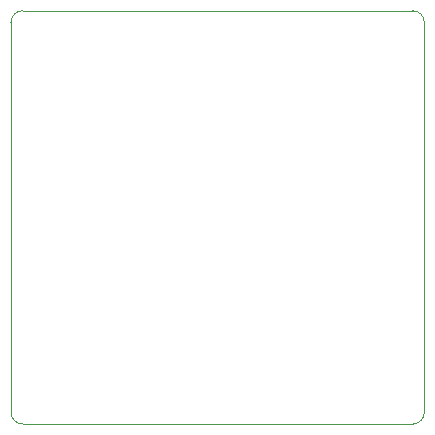
<source format=gbr>
G04 #@! TF.FileFunction,Profile,NP*
%FSLAX46Y46*%
G04 Gerber Fmt 4.6, Leading zero omitted, Abs format (unit mm)*
G04 Created by KiCad (PCBNEW 4.0.7) date Tuesday, 24 April 2018 'PMt' 13:45:20*
%MOMM*%
%LPD*%
G01*
G04 APERTURE LIST*
%ADD10C,0.100000*%
G04 APERTURE END LIST*
D10*
X115000000Y-89000000D02*
G75*
G03X116000000Y-90000000I1000000J0D01*
G01*
X149000000Y-90000000D02*
G75*
G03X150000000Y-89000000I0J1000000D01*
G01*
X150000000Y-56000000D02*
G75*
G03X149000000Y-55000000I-1000000J0D01*
G01*
X116000000Y-55000000D02*
G75*
G03X115000000Y-56000000I0J-1000000D01*
G01*
X149000000Y-55000000D02*
X116000000Y-55000000D01*
X150000000Y-89000000D02*
X150000000Y-56000000D01*
X116000000Y-90000000D02*
X149000000Y-90000000D01*
X115000000Y-56000000D02*
X115000000Y-89000000D01*
M02*

</source>
